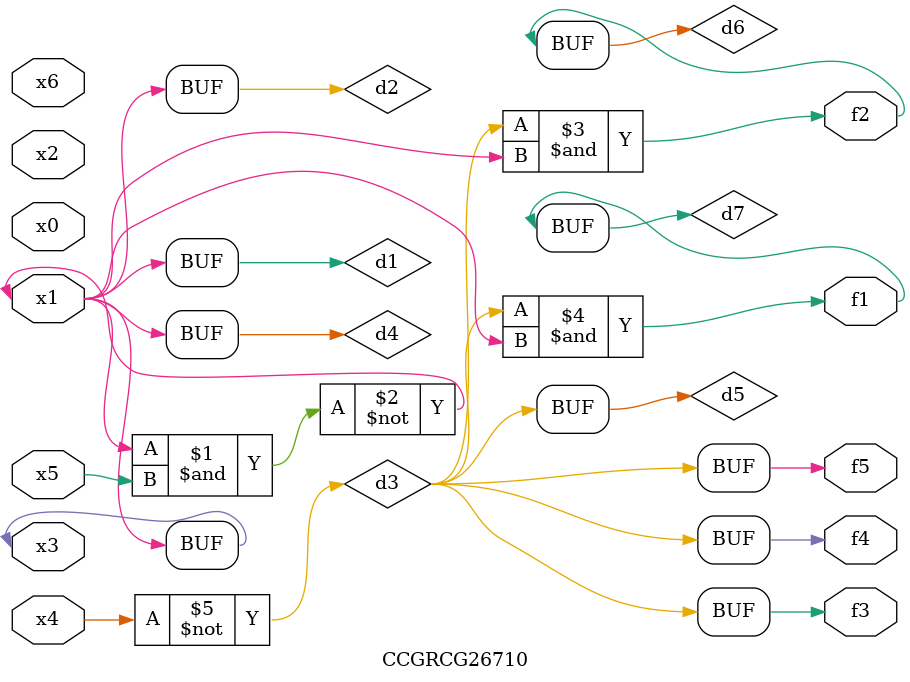
<source format=v>
module CCGRCG26710(
	input x0, x1, x2, x3, x4, x5, x6,
	output f1, f2, f3, f4, f5
);

	wire d1, d2, d3, d4, d5, d6, d7;

	buf (d1, x1, x3);
	nand (d2, x1, x5);
	not (d3, x4);
	buf (d4, d1, d2);
	buf (d5, d3);
	and (d6, d3, d4);
	and (d7, d3, d4);
	assign f1 = d7;
	assign f2 = d6;
	assign f3 = d5;
	assign f4 = d5;
	assign f5 = d5;
endmodule

</source>
